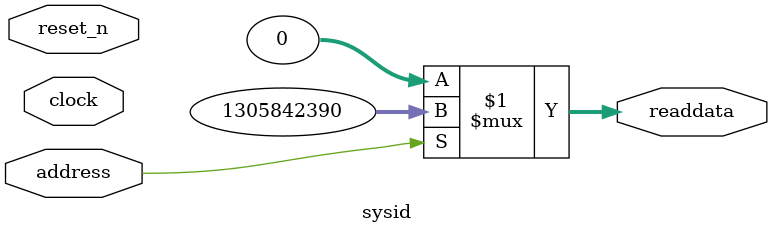
<source format=v>

`timescale 1ns / 1ps
// synthesis translate_on

// turn off superfluous verilog processor warnings 
// altera message_level Level1 
// altera message_off 10034 10035 10036 10037 10230 10240 10030 

module sysid (
               // inputs:
                address,
                clock,
                reset_n,

               // outputs:
                readdata
             )
;

  output  [ 31: 0] readdata;
  input            address;
  input            clock;
  input            reset_n;

  wire    [ 31: 0] readdata;
  //control_slave, which is an e_avalon_slave
  assign readdata = address ? 1305842390 : 0;

endmodule


</source>
